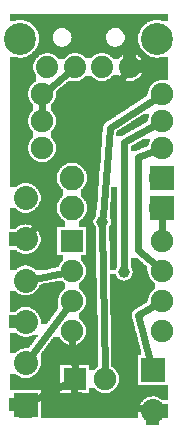
<source format=gbl>
G04 MADE WITH FRITZING*
G04 WWW.FRITZING.ORG*
G04 DOUBLE SIDED*
G04 HOLES PLATED*
G04 CONTOUR ON CENTER OF CONTOUR VECTOR*
%ASAXBY*%
%FSLAX23Y23*%
%MOIN*%
%OFA0B0*%
%SFA1.0B1.0*%
%ADD10C,0.075000*%
%ADD11C,0.074000*%
%ADD12C,0.106614*%
%ADD13C,0.082000*%
%ADD14C,0.080000*%
%ADD15C,0.039370*%
%ADD16R,0.075000X0.075000*%
%ADD17R,0.082000X0.082000*%
%ADD18R,0.080000X0.080000*%
%ADD19C,0.024000*%
%LNCOPPER0*%
G90*
G70*
G54D10*
X258Y1088D03*
G54D11*
X164Y1209D03*
X258Y1209D03*
X346Y1209D03*
X440Y1209D03*
G54D12*
X530Y1304D03*
X74Y1304D03*
G54D11*
X164Y1209D03*
X258Y1209D03*
X346Y1209D03*
X440Y1209D03*
G54D12*
X530Y1304D03*
X74Y1304D03*
G54D11*
X164Y1209D03*
X258Y1209D03*
X346Y1209D03*
X440Y1209D03*
G54D12*
X530Y1304D03*
X74Y1304D03*
G54D10*
X146Y939D03*
X546Y939D03*
X146Y1119D03*
X546Y1119D03*
X256Y169D03*
X356Y169D03*
G54D13*
X544Y739D03*
X246Y739D03*
X544Y839D03*
X246Y839D03*
G54D14*
X516Y199D03*
X516Y61D03*
X92Y84D03*
X92Y222D03*
X92Y360D03*
X92Y497D03*
X92Y635D03*
X92Y773D03*
G54D10*
X246Y629D03*
X546Y629D03*
X246Y529D03*
X546Y529D03*
X246Y429D03*
X546Y429D03*
X246Y329D03*
X546Y329D03*
X146Y1029D03*
X546Y1029D03*
G54D15*
X420Y526D03*
X348Y694D03*
G54D16*
X256Y169D03*
G54D17*
X545Y739D03*
X545Y839D03*
G54D18*
X516Y199D03*
X92Y84D03*
G54D16*
X246Y629D03*
G54D19*
X218Y523D02*
X123Y504D01*
D02*
X508Y229D02*
X468Y382D01*
X468Y382D02*
X522Y415D01*
D02*
X146Y1058D02*
X146Y1091D01*
D02*
X235Y1191D02*
X169Y1137D01*
D02*
X525Y548D02*
X468Y598D01*
X468Y598D02*
X468Y910D01*
X468Y910D02*
X520Y929D01*
D02*
X420Y545D02*
X420Y958D01*
X420Y958D02*
X522Y1015D01*
D02*
X545Y707D02*
X546Y658D01*
D02*
X522Y1104D02*
X372Y1006D01*
X372Y1006D02*
X349Y713D01*
D02*
X356Y198D02*
X348Y675D01*
D02*
X255Y198D02*
X248Y301D01*
D02*
X120Y98D02*
X231Y156D01*
D02*
X486Y68D02*
X252Y118D01*
X252Y118D02*
X254Y141D01*
D02*
X196Y899D02*
X156Y862D01*
D02*
X422Y1186D02*
X196Y899D01*
D02*
X156Y862D02*
X156Y718D01*
X156Y718D02*
X111Y660D01*
D02*
X229Y406D02*
X111Y247D01*
G36*
X482Y1052D02*
X482Y1050D01*
X478Y1050D01*
X478Y1048D01*
X476Y1048D01*
X476Y1046D01*
X472Y1046D01*
X472Y1044D01*
X470Y1044D01*
X470Y1042D01*
X466Y1042D01*
X466Y1040D01*
X464Y1040D01*
X464Y1038D01*
X460Y1038D01*
X460Y1036D01*
X458Y1036D01*
X458Y1034D01*
X454Y1034D01*
X454Y1032D01*
X450Y1032D01*
X450Y1030D01*
X448Y1030D01*
X448Y1028D01*
X444Y1028D01*
X444Y1026D01*
X442Y1026D01*
X442Y1024D01*
X438Y1024D01*
X438Y1022D01*
X436Y1022D01*
X436Y1020D01*
X432Y1020D01*
X432Y1018D01*
X430Y1018D01*
X430Y1016D01*
X426Y1016D01*
X426Y1014D01*
X424Y1014D01*
X424Y1012D01*
X420Y1012D01*
X420Y1010D01*
X418Y1010D01*
X418Y1008D01*
X414Y1008D01*
X414Y1006D01*
X410Y1006D01*
X410Y1004D01*
X408Y1004D01*
X408Y1002D01*
X404Y1002D01*
X404Y1000D01*
X402Y1000D01*
X402Y998D01*
X398Y998D01*
X398Y996D01*
X396Y996D01*
X396Y994D01*
X394Y994D01*
X394Y992D01*
X392Y992D01*
X392Y978D01*
X412Y978D01*
X412Y980D01*
X416Y980D01*
X416Y982D01*
X420Y982D01*
X420Y984D01*
X424Y984D01*
X424Y986D01*
X426Y986D01*
X426Y988D01*
X430Y988D01*
X430Y990D01*
X434Y990D01*
X434Y992D01*
X438Y992D01*
X438Y994D01*
X440Y994D01*
X440Y996D01*
X444Y996D01*
X444Y998D01*
X448Y998D01*
X448Y1000D01*
X452Y1000D01*
X452Y1002D01*
X456Y1002D01*
X456Y1004D01*
X458Y1004D01*
X458Y1006D01*
X462Y1006D01*
X462Y1008D01*
X466Y1008D01*
X466Y1010D01*
X470Y1010D01*
X470Y1012D01*
X472Y1012D01*
X472Y1014D01*
X476Y1014D01*
X476Y1016D01*
X480Y1016D01*
X480Y1018D01*
X484Y1018D01*
X484Y1020D01*
X486Y1020D01*
X486Y1022D01*
X490Y1022D01*
X490Y1024D01*
X494Y1024D01*
X494Y1026D01*
X498Y1026D01*
X498Y1030D01*
X500Y1030D01*
X500Y1040D01*
X502Y1040D01*
X502Y1052D01*
X482Y1052D01*
G37*
D02*
G36*
X484Y970D02*
X484Y968D01*
X480Y968D01*
X480Y966D01*
X478Y966D01*
X478Y964D01*
X474Y964D01*
X474Y962D01*
X470Y962D01*
X470Y960D01*
X466Y960D01*
X466Y958D01*
X464Y958D01*
X464Y956D01*
X460Y956D01*
X460Y954D01*
X456Y954D01*
X456Y952D01*
X452Y952D01*
X452Y950D01*
X448Y950D01*
X448Y948D01*
X446Y948D01*
X446Y946D01*
X442Y946D01*
X442Y930D01*
X462Y930D01*
X462Y932D01*
X466Y932D01*
X466Y934D01*
X472Y934D01*
X472Y936D01*
X478Y936D01*
X478Y938D01*
X482Y938D01*
X482Y940D01*
X488Y940D01*
X488Y942D01*
X494Y942D01*
X494Y944D01*
X498Y944D01*
X498Y946D01*
X500Y946D01*
X500Y950D01*
X502Y950D01*
X502Y956D01*
X504Y956D01*
X504Y960D01*
X506Y960D01*
X506Y970D01*
X484Y970D01*
G37*
D02*
G36*
X378Y810D02*
X378Y784D01*
X376Y784D01*
X376Y758D01*
X374Y758D01*
X374Y732D01*
X372Y732D01*
X372Y708D01*
X374Y708D01*
X374Y704D01*
X376Y704D01*
X376Y698D01*
X378Y698D01*
X378Y690D01*
X376Y690D01*
X376Y684D01*
X374Y684D01*
X374Y680D01*
X372Y680D01*
X372Y678D01*
X370Y678D01*
X370Y630D01*
X372Y630D01*
X372Y532D01*
X392Y532D01*
X392Y536D01*
X394Y536D01*
X394Y540D01*
X396Y540D01*
X396Y542D01*
X398Y542D01*
X398Y810D01*
X378Y810D01*
G37*
D02*
G36*
X190Y496D02*
X190Y494D01*
X180Y494D01*
X180Y492D01*
X170Y492D01*
X170Y490D01*
X160Y490D01*
X160Y488D01*
X150Y488D01*
X150Y486D01*
X142Y486D01*
X142Y484D01*
X140Y484D01*
X140Y482D01*
X138Y482D01*
X138Y478D01*
X136Y478D01*
X136Y474D01*
X134Y474D01*
X134Y470D01*
X132Y470D01*
X132Y468D01*
X130Y468D01*
X130Y466D01*
X128Y466D01*
X128Y464D01*
X126Y464D01*
X126Y462D01*
X124Y462D01*
X124Y460D01*
X122Y460D01*
X122Y458D01*
X120Y458D01*
X120Y456D01*
X116Y456D01*
X116Y454D01*
X112Y454D01*
X112Y452D01*
X108Y452D01*
X108Y450D01*
X104Y450D01*
X104Y448D01*
X204Y448D01*
X204Y450D01*
X206Y450D01*
X206Y454D01*
X208Y454D01*
X208Y456D01*
X210Y456D01*
X210Y458D01*
X212Y458D01*
X212Y460D01*
X214Y460D01*
X214Y462D01*
X216Y462D01*
X216Y464D01*
X218Y464D01*
X218Y466D01*
X220Y466D01*
X220Y468D01*
X222Y468D01*
X222Y470D01*
X224Y470D01*
X224Y490D01*
X220Y490D01*
X220Y492D01*
X218Y492D01*
X218Y494D01*
X216Y494D01*
X216Y496D01*
X190Y496D01*
G37*
D02*
G36*
X40Y462D02*
X40Y448D01*
X82Y448D01*
X82Y450D01*
X76Y450D01*
X76Y452D01*
X72Y452D01*
X72Y454D01*
X68Y454D01*
X68Y456D01*
X64Y456D01*
X64Y458D01*
X62Y458D01*
X62Y460D01*
X60Y460D01*
X60Y462D01*
X40Y462D01*
G37*
D02*
G36*
X40Y448D02*
X40Y446D01*
X204Y446D01*
X204Y448D01*
X40Y448D01*
G37*
D02*
G36*
X40Y448D02*
X40Y446D01*
X204Y446D01*
X204Y448D01*
X40Y448D01*
G37*
D02*
G36*
X40Y446D02*
X40Y410D01*
X98Y410D01*
X98Y408D01*
X106Y408D01*
X106Y406D01*
X110Y406D01*
X110Y404D01*
X114Y404D01*
X114Y402D01*
X118Y402D01*
X118Y400D01*
X120Y400D01*
X120Y398D01*
X122Y398D01*
X122Y396D01*
X126Y396D01*
X126Y394D01*
X128Y394D01*
X128Y390D01*
X130Y390D01*
X130Y388D01*
X132Y388D01*
X132Y386D01*
X134Y386D01*
X134Y382D01*
X136Y382D01*
X136Y380D01*
X138Y380D01*
X138Y376D01*
X140Y376D01*
X140Y370D01*
X142Y370D01*
X142Y352D01*
X162Y352D01*
X162Y354D01*
X164Y354D01*
X164Y356D01*
X166Y356D01*
X166Y360D01*
X168Y360D01*
X168Y362D01*
X170Y362D01*
X170Y364D01*
X172Y364D01*
X172Y368D01*
X174Y368D01*
X174Y370D01*
X176Y370D01*
X176Y372D01*
X178Y372D01*
X178Y376D01*
X180Y376D01*
X180Y378D01*
X182Y378D01*
X182Y380D01*
X184Y380D01*
X184Y384D01*
X186Y384D01*
X186Y386D01*
X188Y386D01*
X188Y388D01*
X190Y388D01*
X190Y392D01*
X192Y392D01*
X192Y394D01*
X194Y394D01*
X194Y396D01*
X196Y396D01*
X196Y400D01*
X198Y400D01*
X198Y402D01*
X200Y402D01*
X200Y428D01*
X198Y428D01*
X198Y430D01*
X200Y430D01*
X200Y440D01*
X202Y440D01*
X202Y446D01*
X40Y446D01*
G37*
D02*
G36*
X40Y410D02*
X40Y394D01*
X60Y394D01*
X60Y396D01*
X62Y396D01*
X62Y398D01*
X64Y398D01*
X64Y400D01*
X66Y400D01*
X66Y402D01*
X70Y402D01*
X70Y404D01*
X74Y404D01*
X74Y406D01*
X78Y406D01*
X78Y408D01*
X86Y408D01*
X86Y410D01*
X40Y410D01*
G37*
D02*
G36*
X40Y324D02*
X40Y310D01*
X82Y310D01*
X82Y312D01*
X76Y312D01*
X76Y314D01*
X72Y314D01*
X72Y316D01*
X68Y316D01*
X68Y318D01*
X66Y318D01*
X66Y320D01*
X62Y320D01*
X62Y322D01*
X60Y322D01*
X60Y324D01*
X40Y324D01*
G37*
D02*
G36*
X112Y316D02*
X112Y314D01*
X108Y314D01*
X108Y312D01*
X102Y312D01*
X102Y310D01*
X132Y310D01*
X132Y316D01*
X112Y316D01*
G37*
D02*
G36*
X40Y310D02*
X40Y308D01*
X130Y308D01*
X130Y310D01*
X40Y310D01*
G37*
D02*
G36*
X40Y310D02*
X40Y308D01*
X130Y308D01*
X130Y310D01*
X40Y310D01*
G37*
D02*
G36*
X40Y308D02*
X40Y256D01*
X60Y256D01*
X60Y258D01*
X62Y258D01*
X62Y260D01*
X64Y260D01*
X64Y262D01*
X66Y262D01*
X66Y264D01*
X70Y264D01*
X70Y266D01*
X74Y266D01*
X74Y268D01*
X78Y268D01*
X78Y270D01*
X86Y270D01*
X86Y272D01*
X102Y272D01*
X102Y274D01*
X104Y274D01*
X104Y276D01*
X106Y276D01*
X106Y278D01*
X108Y278D01*
X108Y282D01*
X110Y282D01*
X110Y284D01*
X112Y284D01*
X112Y286D01*
X114Y286D01*
X114Y290D01*
X116Y290D01*
X116Y292D01*
X118Y292D01*
X118Y294D01*
X120Y294D01*
X120Y298D01*
X122Y298D01*
X122Y300D01*
X124Y300D01*
X124Y302D01*
X126Y302D01*
X126Y306D01*
X128Y306D01*
X128Y308D01*
X40Y308D01*
G37*
D02*
G36*
X40Y1386D02*
X40Y1366D01*
X544Y1366D01*
X544Y1364D01*
X568Y1364D01*
X568Y1386D01*
X40Y1386D01*
G37*
D02*
G36*
X40Y1366D02*
X40Y1364D01*
X60Y1364D01*
X60Y1366D01*
X40Y1366D01*
G37*
D02*
G36*
X88Y1366D02*
X88Y1364D01*
X94Y1364D01*
X94Y1362D01*
X98Y1362D01*
X98Y1360D01*
X102Y1360D01*
X102Y1358D01*
X106Y1358D01*
X106Y1356D01*
X110Y1356D01*
X110Y1354D01*
X112Y1354D01*
X112Y1352D01*
X114Y1352D01*
X114Y1350D01*
X116Y1350D01*
X116Y1348D01*
X118Y1348D01*
X118Y1346D01*
X120Y1346D01*
X120Y1344D01*
X122Y1344D01*
X122Y1342D01*
X124Y1342D01*
X124Y1340D01*
X394Y1340D01*
X394Y1338D01*
X402Y1338D01*
X402Y1336D01*
X406Y1336D01*
X406Y1334D01*
X408Y1334D01*
X408Y1332D01*
X410Y1332D01*
X410Y1330D01*
X412Y1330D01*
X412Y1328D01*
X414Y1328D01*
X414Y1326D01*
X416Y1326D01*
X416Y1324D01*
X418Y1324D01*
X418Y1320D01*
X420Y1320D01*
X420Y1316D01*
X422Y1316D01*
X422Y1300D01*
X420Y1300D01*
X420Y1294D01*
X418Y1294D01*
X418Y1292D01*
X416Y1292D01*
X416Y1288D01*
X414Y1288D01*
X414Y1286D01*
X412Y1286D01*
X412Y1284D01*
X410Y1284D01*
X410Y1282D01*
X406Y1282D01*
X406Y1280D01*
X402Y1280D01*
X402Y1278D01*
X398Y1278D01*
X398Y1276D01*
X474Y1276D01*
X474Y1278D01*
X472Y1278D01*
X472Y1284D01*
X470Y1284D01*
X470Y1290D01*
X468Y1290D01*
X468Y1318D01*
X470Y1318D01*
X470Y1324D01*
X472Y1324D01*
X472Y1328D01*
X474Y1328D01*
X474Y1332D01*
X476Y1332D01*
X476Y1336D01*
X478Y1336D01*
X478Y1338D01*
X480Y1338D01*
X480Y1342D01*
X482Y1342D01*
X482Y1344D01*
X484Y1344D01*
X484Y1346D01*
X486Y1346D01*
X486Y1348D01*
X488Y1348D01*
X488Y1350D01*
X490Y1350D01*
X490Y1352D01*
X492Y1352D01*
X492Y1354D01*
X496Y1354D01*
X496Y1356D01*
X498Y1356D01*
X498Y1358D01*
X502Y1358D01*
X502Y1360D01*
X506Y1360D01*
X506Y1362D01*
X510Y1362D01*
X510Y1364D01*
X516Y1364D01*
X516Y1366D01*
X88Y1366D01*
G37*
D02*
G36*
X126Y1340D02*
X126Y1336D01*
X128Y1336D01*
X128Y1332D01*
X130Y1332D01*
X130Y1330D01*
X132Y1330D01*
X132Y1324D01*
X134Y1324D01*
X134Y1318D01*
X136Y1318D01*
X136Y1290D01*
X134Y1290D01*
X134Y1284D01*
X132Y1284D01*
X132Y1278D01*
X130Y1278D01*
X130Y1276D01*
X206Y1276D01*
X206Y1278D01*
X202Y1278D01*
X202Y1280D01*
X198Y1280D01*
X198Y1282D01*
X194Y1282D01*
X194Y1284D01*
X192Y1284D01*
X192Y1286D01*
X190Y1286D01*
X190Y1288D01*
X188Y1288D01*
X188Y1292D01*
X186Y1292D01*
X186Y1296D01*
X184Y1296D01*
X184Y1300D01*
X182Y1300D01*
X182Y1314D01*
X184Y1314D01*
X184Y1320D01*
X186Y1320D01*
X186Y1324D01*
X188Y1324D01*
X188Y1326D01*
X190Y1326D01*
X190Y1328D01*
X192Y1328D01*
X192Y1330D01*
X194Y1330D01*
X194Y1332D01*
X196Y1332D01*
X196Y1334D01*
X198Y1334D01*
X198Y1336D01*
X202Y1336D01*
X202Y1338D01*
X212Y1338D01*
X212Y1340D01*
X126Y1340D01*
G37*
D02*
G36*
X216Y1340D02*
X216Y1338D01*
X224Y1338D01*
X224Y1336D01*
X228Y1336D01*
X228Y1334D01*
X232Y1334D01*
X232Y1332D01*
X234Y1332D01*
X234Y1330D01*
X236Y1330D01*
X236Y1328D01*
X238Y1328D01*
X238Y1326D01*
X240Y1326D01*
X240Y1322D01*
X242Y1322D01*
X242Y1318D01*
X244Y1318D01*
X244Y1308D01*
X246Y1308D01*
X246Y1306D01*
X244Y1306D01*
X244Y1298D01*
X242Y1298D01*
X242Y1294D01*
X240Y1294D01*
X240Y1290D01*
X238Y1290D01*
X238Y1288D01*
X236Y1288D01*
X236Y1286D01*
X234Y1286D01*
X234Y1284D01*
X232Y1284D01*
X232Y1282D01*
X230Y1282D01*
X230Y1280D01*
X226Y1280D01*
X226Y1278D01*
X220Y1278D01*
X220Y1276D01*
X384Y1276D01*
X384Y1278D01*
X378Y1278D01*
X378Y1280D01*
X374Y1280D01*
X374Y1282D01*
X372Y1282D01*
X372Y1284D01*
X370Y1284D01*
X370Y1286D01*
X368Y1286D01*
X368Y1288D01*
X366Y1288D01*
X366Y1290D01*
X364Y1290D01*
X364Y1294D01*
X362Y1294D01*
X362Y1298D01*
X360Y1298D01*
X360Y1318D01*
X362Y1318D01*
X362Y1322D01*
X364Y1322D01*
X364Y1324D01*
X366Y1324D01*
X366Y1328D01*
X368Y1328D01*
X368Y1330D01*
X370Y1330D01*
X370Y1332D01*
X372Y1332D01*
X372Y1334D01*
X376Y1334D01*
X376Y1336D01*
X380Y1336D01*
X380Y1338D01*
X388Y1338D01*
X388Y1340D01*
X216Y1340D01*
G37*
D02*
G36*
X130Y1276D02*
X130Y1274D01*
X474Y1274D01*
X474Y1276D01*
X130Y1276D01*
G37*
D02*
G36*
X130Y1276D02*
X130Y1274D01*
X474Y1274D01*
X474Y1276D01*
X130Y1276D01*
G37*
D02*
G36*
X130Y1276D02*
X130Y1274D01*
X474Y1274D01*
X474Y1276D01*
X130Y1276D01*
G37*
D02*
G36*
X128Y1274D02*
X128Y1272D01*
X126Y1272D01*
X126Y1268D01*
X124Y1268D01*
X124Y1266D01*
X122Y1266D01*
X122Y1264D01*
X120Y1264D01*
X120Y1262D01*
X118Y1262D01*
X118Y1260D01*
X116Y1260D01*
X116Y1258D01*
X114Y1258D01*
X114Y1256D01*
X448Y1256D01*
X448Y1254D01*
X454Y1254D01*
X454Y1252D01*
X458Y1252D01*
X458Y1250D01*
X462Y1250D01*
X462Y1248D01*
X466Y1248D01*
X466Y1246D01*
X468Y1246D01*
X468Y1244D01*
X470Y1244D01*
X470Y1242D01*
X472Y1242D01*
X472Y1240D01*
X522Y1240D01*
X522Y1242D01*
X514Y1242D01*
X514Y1244D01*
X508Y1244D01*
X508Y1246D01*
X504Y1246D01*
X504Y1248D01*
X500Y1248D01*
X500Y1250D01*
X498Y1250D01*
X498Y1252D01*
X494Y1252D01*
X494Y1254D01*
X492Y1254D01*
X492Y1256D01*
X490Y1256D01*
X490Y1258D01*
X488Y1258D01*
X488Y1260D01*
X486Y1260D01*
X486Y1262D01*
X484Y1262D01*
X484Y1264D01*
X482Y1264D01*
X482Y1266D01*
X480Y1266D01*
X480Y1268D01*
X478Y1268D01*
X478Y1272D01*
X476Y1272D01*
X476Y1274D01*
X128Y1274D01*
G37*
D02*
G36*
X112Y1256D02*
X112Y1254D01*
X110Y1254D01*
X110Y1252D01*
X108Y1252D01*
X108Y1250D01*
X104Y1250D01*
X104Y1248D01*
X100Y1248D01*
X100Y1246D01*
X96Y1246D01*
X96Y1244D01*
X90Y1244D01*
X90Y1242D01*
X82Y1242D01*
X82Y1240D01*
X132Y1240D01*
X132Y1242D01*
X134Y1242D01*
X134Y1244D01*
X136Y1244D01*
X136Y1246D01*
X138Y1246D01*
X138Y1248D01*
X142Y1248D01*
X142Y1250D01*
X146Y1250D01*
X146Y1252D01*
X150Y1252D01*
X150Y1254D01*
X156Y1254D01*
X156Y1256D01*
X112Y1256D01*
G37*
D02*
G36*
X174Y1256D02*
X174Y1254D01*
X178Y1254D01*
X178Y1252D01*
X184Y1252D01*
X184Y1250D01*
X186Y1250D01*
X186Y1248D01*
X190Y1248D01*
X190Y1246D01*
X192Y1246D01*
X192Y1244D01*
X194Y1244D01*
X194Y1242D01*
X196Y1242D01*
X196Y1240D01*
X198Y1240D01*
X198Y1238D01*
X200Y1238D01*
X200Y1236D01*
X222Y1236D01*
X222Y1238D01*
X224Y1238D01*
X224Y1240D01*
X226Y1240D01*
X226Y1242D01*
X228Y1242D01*
X228Y1244D01*
X230Y1244D01*
X230Y1246D01*
X232Y1246D01*
X232Y1248D01*
X236Y1248D01*
X236Y1250D01*
X238Y1250D01*
X238Y1252D01*
X244Y1252D01*
X244Y1254D01*
X248Y1254D01*
X248Y1256D01*
X174Y1256D01*
G37*
D02*
G36*
X266Y1256D02*
X266Y1254D01*
X272Y1254D01*
X272Y1252D01*
X276Y1252D01*
X276Y1250D01*
X280Y1250D01*
X280Y1248D01*
X284Y1248D01*
X284Y1246D01*
X286Y1246D01*
X286Y1244D01*
X288Y1244D01*
X288Y1242D01*
X290Y1242D01*
X290Y1240D01*
X292Y1240D01*
X292Y1238D01*
X312Y1238D01*
X312Y1240D01*
X314Y1240D01*
X314Y1242D01*
X316Y1242D01*
X316Y1244D01*
X318Y1244D01*
X318Y1246D01*
X320Y1246D01*
X320Y1248D01*
X324Y1248D01*
X324Y1250D01*
X328Y1250D01*
X328Y1252D01*
X332Y1252D01*
X332Y1254D01*
X338Y1254D01*
X338Y1256D01*
X266Y1256D01*
G37*
D02*
G36*
X356Y1256D02*
X356Y1254D01*
X362Y1254D01*
X362Y1252D01*
X366Y1252D01*
X366Y1250D01*
X368Y1250D01*
X368Y1248D01*
X372Y1248D01*
X372Y1246D01*
X374Y1246D01*
X374Y1244D01*
X376Y1244D01*
X376Y1242D01*
X380Y1242D01*
X380Y1238D01*
X382Y1238D01*
X382Y1236D01*
X404Y1236D01*
X404Y1238D01*
X406Y1238D01*
X406Y1240D01*
X408Y1240D01*
X408Y1242D01*
X410Y1242D01*
X410Y1244D01*
X412Y1244D01*
X412Y1246D01*
X414Y1246D01*
X414Y1248D01*
X418Y1248D01*
X418Y1250D01*
X420Y1250D01*
X420Y1252D01*
X426Y1252D01*
X426Y1254D01*
X430Y1254D01*
X430Y1256D01*
X356Y1256D01*
G37*
D02*
G36*
X548Y1244D02*
X548Y1242D01*
X538Y1242D01*
X538Y1240D01*
X568Y1240D01*
X568Y1244D01*
X548Y1244D01*
G37*
D02*
G36*
X40Y1242D02*
X40Y1240D01*
X66Y1240D01*
X66Y1242D01*
X40Y1242D01*
G37*
D02*
G36*
X40Y1240D02*
X40Y1238D01*
X130Y1238D01*
X130Y1240D01*
X40Y1240D01*
G37*
D02*
G36*
X40Y1240D02*
X40Y1238D01*
X130Y1238D01*
X130Y1240D01*
X40Y1240D01*
G37*
D02*
G36*
X474Y1240D02*
X474Y1238D01*
X568Y1238D01*
X568Y1240D01*
X474Y1240D01*
G37*
D02*
G36*
X474Y1240D02*
X474Y1238D01*
X568Y1238D01*
X568Y1240D01*
X474Y1240D01*
G37*
D02*
G36*
X40Y1238D02*
X40Y892D01*
X138Y892D01*
X138Y894D01*
X132Y894D01*
X132Y896D01*
X128Y896D01*
X128Y898D01*
X124Y898D01*
X124Y900D01*
X120Y900D01*
X120Y902D01*
X118Y902D01*
X118Y904D01*
X116Y904D01*
X116Y906D01*
X114Y906D01*
X114Y908D01*
X112Y908D01*
X112Y910D01*
X110Y910D01*
X110Y912D01*
X108Y912D01*
X108Y916D01*
X106Y916D01*
X106Y918D01*
X104Y918D01*
X104Y922D01*
X102Y922D01*
X102Y928D01*
X100Y928D01*
X100Y938D01*
X98Y938D01*
X98Y940D01*
X100Y940D01*
X100Y950D01*
X102Y950D01*
X102Y956D01*
X104Y956D01*
X104Y960D01*
X106Y960D01*
X106Y964D01*
X108Y964D01*
X108Y966D01*
X110Y966D01*
X110Y968D01*
X112Y968D01*
X112Y970D01*
X114Y970D01*
X114Y972D01*
X116Y972D01*
X116Y974D01*
X118Y974D01*
X118Y994D01*
X116Y994D01*
X116Y996D01*
X114Y996D01*
X114Y998D01*
X112Y998D01*
X112Y1000D01*
X110Y1000D01*
X110Y1002D01*
X108Y1002D01*
X108Y1006D01*
X106Y1006D01*
X106Y1008D01*
X104Y1008D01*
X104Y1012D01*
X102Y1012D01*
X102Y1018D01*
X100Y1018D01*
X100Y1028D01*
X98Y1028D01*
X98Y1030D01*
X100Y1030D01*
X100Y1040D01*
X102Y1040D01*
X102Y1046D01*
X104Y1046D01*
X104Y1050D01*
X106Y1050D01*
X106Y1054D01*
X108Y1054D01*
X108Y1056D01*
X110Y1056D01*
X110Y1058D01*
X112Y1058D01*
X112Y1060D01*
X114Y1060D01*
X114Y1062D01*
X116Y1062D01*
X116Y1064D01*
X118Y1064D01*
X118Y1084D01*
X116Y1084D01*
X116Y1086D01*
X114Y1086D01*
X114Y1088D01*
X112Y1088D01*
X112Y1090D01*
X110Y1090D01*
X110Y1092D01*
X108Y1092D01*
X108Y1096D01*
X106Y1096D01*
X106Y1098D01*
X104Y1098D01*
X104Y1102D01*
X102Y1102D01*
X102Y1108D01*
X100Y1108D01*
X100Y1118D01*
X98Y1118D01*
X98Y1120D01*
X100Y1120D01*
X100Y1130D01*
X102Y1130D01*
X102Y1136D01*
X104Y1136D01*
X104Y1140D01*
X106Y1140D01*
X106Y1144D01*
X108Y1144D01*
X108Y1146D01*
X110Y1146D01*
X110Y1148D01*
X112Y1148D01*
X112Y1150D01*
X114Y1150D01*
X114Y1152D01*
X116Y1152D01*
X116Y1154D01*
X118Y1154D01*
X118Y1156D01*
X120Y1156D01*
X120Y1158D01*
X122Y1158D01*
X122Y1160D01*
X126Y1160D01*
X126Y1162D01*
X128Y1162D01*
X128Y1182D01*
X126Y1182D01*
X126Y1186D01*
X124Y1186D01*
X124Y1190D01*
X122Y1190D01*
X122Y1194D01*
X120Y1194D01*
X120Y1198D01*
X118Y1198D01*
X118Y1220D01*
X120Y1220D01*
X120Y1226D01*
X122Y1226D01*
X122Y1230D01*
X124Y1230D01*
X124Y1232D01*
X126Y1232D01*
X126Y1236D01*
X128Y1236D01*
X128Y1238D01*
X40Y1238D01*
G37*
D02*
G36*
X476Y1238D02*
X476Y1236D01*
X478Y1236D01*
X478Y1232D01*
X480Y1232D01*
X480Y1230D01*
X482Y1230D01*
X482Y1226D01*
X484Y1226D01*
X484Y1220D01*
X486Y1220D01*
X486Y1198D01*
X484Y1198D01*
X484Y1192D01*
X482Y1192D01*
X482Y1188D01*
X480Y1188D01*
X480Y1186D01*
X478Y1186D01*
X478Y1182D01*
X476Y1182D01*
X476Y1180D01*
X474Y1180D01*
X474Y1178D01*
X472Y1178D01*
X472Y1176D01*
X470Y1176D01*
X470Y1174D01*
X468Y1174D01*
X468Y1172D01*
X464Y1172D01*
X464Y1170D01*
X462Y1170D01*
X462Y1168D01*
X458Y1168D01*
X458Y1166D01*
X454Y1166D01*
X454Y1164D01*
X448Y1164D01*
X448Y1162D01*
X530Y1162D01*
X530Y1164D01*
X536Y1164D01*
X536Y1166D01*
X568Y1166D01*
X568Y1238D01*
X476Y1238D01*
G37*
D02*
G36*
X382Y1182D02*
X382Y1180D01*
X380Y1180D01*
X380Y1178D01*
X378Y1178D01*
X378Y1176D01*
X376Y1176D01*
X376Y1174D01*
X374Y1174D01*
X374Y1172D01*
X372Y1172D01*
X372Y1170D01*
X368Y1170D01*
X368Y1168D01*
X364Y1168D01*
X364Y1166D01*
X360Y1166D01*
X360Y1164D01*
X354Y1164D01*
X354Y1162D01*
X432Y1162D01*
X432Y1164D01*
X426Y1164D01*
X426Y1166D01*
X422Y1166D01*
X422Y1168D01*
X418Y1168D01*
X418Y1170D01*
X414Y1170D01*
X414Y1172D01*
X412Y1172D01*
X412Y1174D01*
X410Y1174D01*
X410Y1176D01*
X408Y1176D01*
X408Y1178D01*
X406Y1178D01*
X406Y1180D01*
X404Y1180D01*
X404Y1182D01*
X382Y1182D01*
G37*
D02*
G36*
X292Y1180D02*
X292Y1178D01*
X290Y1178D01*
X290Y1176D01*
X288Y1176D01*
X288Y1174D01*
X286Y1174D01*
X286Y1172D01*
X282Y1172D01*
X282Y1170D01*
X280Y1170D01*
X280Y1168D01*
X276Y1168D01*
X276Y1166D01*
X272Y1166D01*
X272Y1164D01*
X264Y1164D01*
X264Y1162D01*
X340Y1162D01*
X340Y1164D01*
X332Y1164D01*
X332Y1166D01*
X328Y1166D01*
X328Y1168D01*
X324Y1168D01*
X324Y1170D01*
X322Y1170D01*
X322Y1172D01*
X318Y1172D01*
X318Y1174D01*
X316Y1174D01*
X316Y1176D01*
X314Y1176D01*
X314Y1178D01*
X312Y1178D01*
X312Y1180D01*
X292Y1180D01*
G37*
D02*
G36*
X234Y1162D02*
X234Y1160D01*
X526Y1160D01*
X526Y1162D01*
X234Y1162D01*
G37*
D02*
G36*
X234Y1162D02*
X234Y1160D01*
X526Y1160D01*
X526Y1162D01*
X234Y1162D01*
G37*
D02*
G36*
X234Y1162D02*
X234Y1160D01*
X526Y1160D01*
X526Y1162D01*
X234Y1162D01*
G37*
D02*
G36*
X230Y1160D02*
X230Y1158D01*
X228Y1158D01*
X228Y1156D01*
X226Y1156D01*
X226Y1154D01*
X224Y1154D01*
X224Y1152D01*
X220Y1152D01*
X220Y1150D01*
X218Y1150D01*
X218Y1148D01*
X216Y1148D01*
X216Y1146D01*
X214Y1146D01*
X214Y1144D01*
X210Y1144D01*
X210Y1142D01*
X208Y1142D01*
X208Y1140D01*
X206Y1140D01*
X206Y1138D01*
X204Y1138D01*
X204Y1136D01*
X200Y1136D01*
X200Y1134D01*
X198Y1134D01*
X198Y1132D01*
X196Y1132D01*
X196Y1130D01*
X194Y1130D01*
X194Y1112D01*
X192Y1112D01*
X192Y1106D01*
X190Y1106D01*
X190Y1100D01*
X188Y1100D01*
X188Y1098D01*
X186Y1098D01*
X186Y1094D01*
X184Y1094D01*
X184Y1092D01*
X182Y1092D01*
X182Y1090D01*
X180Y1090D01*
X180Y1086D01*
X178Y1086D01*
X178Y1084D01*
X176Y1084D01*
X176Y1064D01*
X178Y1064D01*
X178Y1062D01*
X180Y1062D01*
X180Y1060D01*
X182Y1060D01*
X182Y1058D01*
X184Y1058D01*
X184Y1054D01*
X186Y1054D01*
X186Y1052D01*
X188Y1052D01*
X188Y1048D01*
X190Y1048D01*
X190Y1044D01*
X192Y1044D01*
X192Y1038D01*
X194Y1038D01*
X194Y1022D01*
X192Y1022D01*
X192Y1016D01*
X190Y1016D01*
X190Y1010D01*
X188Y1010D01*
X188Y1008D01*
X186Y1008D01*
X186Y1004D01*
X184Y1004D01*
X184Y1002D01*
X182Y1002D01*
X182Y1000D01*
X180Y1000D01*
X180Y996D01*
X178Y996D01*
X178Y994D01*
X176Y994D01*
X176Y974D01*
X178Y974D01*
X178Y972D01*
X180Y972D01*
X180Y970D01*
X182Y970D01*
X182Y968D01*
X184Y968D01*
X184Y964D01*
X186Y964D01*
X186Y962D01*
X188Y962D01*
X188Y958D01*
X190Y958D01*
X190Y954D01*
X192Y954D01*
X192Y948D01*
X194Y948D01*
X194Y932D01*
X192Y932D01*
X192Y926D01*
X190Y926D01*
X190Y920D01*
X188Y920D01*
X188Y918D01*
X186Y918D01*
X186Y914D01*
X184Y914D01*
X184Y912D01*
X182Y912D01*
X182Y910D01*
X180Y910D01*
X180Y906D01*
X178Y906D01*
X178Y904D01*
X174Y904D01*
X174Y902D01*
X172Y902D01*
X172Y900D01*
X170Y900D01*
X170Y898D01*
X166Y898D01*
X166Y896D01*
X162Y896D01*
X162Y894D01*
X156Y894D01*
X156Y892D01*
X342Y892D01*
X342Y916D01*
X344Y916D01*
X344Y942D01*
X346Y942D01*
X346Y968D01*
X348Y968D01*
X348Y994D01*
X350Y994D01*
X350Y1012D01*
X352Y1012D01*
X352Y1016D01*
X354Y1016D01*
X354Y1020D01*
X356Y1020D01*
X356Y1022D01*
X358Y1022D01*
X358Y1024D01*
X360Y1024D01*
X360Y1026D01*
X364Y1026D01*
X364Y1028D01*
X366Y1028D01*
X366Y1030D01*
X370Y1030D01*
X370Y1032D01*
X374Y1032D01*
X374Y1034D01*
X376Y1034D01*
X376Y1036D01*
X380Y1036D01*
X380Y1038D01*
X382Y1038D01*
X382Y1040D01*
X386Y1040D01*
X386Y1042D01*
X388Y1042D01*
X388Y1044D01*
X392Y1044D01*
X392Y1046D01*
X394Y1046D01*
X394Y1048D01*
X398Y1048D01*
X398Y1050D01*
X400Y1050D01*
X400Y1052D01*
X404Y1052D01*
X404Y1054D01*
X408Y1054D01*
X408Y1056D01*
X410Y1056D01*
X410Y1058D01*
X414Y1058D01*
X414Y1060D01*
X416Y1060D01*
X416Y1062D01*
X420Y1062D01*
X420Y1064D01*
X422Y1064D01*
X422Y1066D01*
X426Y1066D01*
X426Y1068D01*
X428Y1068D01*
X428Y1070D01*
X432Y1070D01*
X432Y1072D01*
X434Y1072D01*
X434Y1074D01*
X438Y1074D01*
X438Y1076D01*
X440Y1076D01*
X440Y1078D01*
X444Y1078D01*
X444Y1080D01*
X448Y1080D01*
X448Y1082D01*
X450Y1082D01*
X450Y1084D01*
X454Y1084D01*
X454Y1086D01*
X456Y1086D01*
X456Y1088D01*
X460Y1088D01*
X460Y1090D01*
X462Y1090D01*
X462Y1092D01*
X466Y1092D01*
X466Y1094D01*
X468Y1094D01*
X468Y1096D01*
X472Y1096D01*
X472Y1098D01*
X474Y1098D01*
X474Y1100D01*
X478Y1100D01*
X478Y1102D01*
X482Y1102D01*
X482Y1104D01*
X484Y1104D01*
X484Y1106D01*
X488Y1106D01*
X488Y1108D01*
X490Y1108D01*
X490Y1110D01*
X494Y1110D01*
X494Y1112D01*
X496Y1112D01*
X496Y1114D01*
X498Y1114D01*
X498Y1120D01*
X500Y1120D01*
X500Y1130D01*
X502Y1130D01*
X502Y1136D01*
X504Y1136D01*
X504Y1140D01*
X506Y1140D01*
X506Y1144D01*
X508Y1144D01*
X508Y1146D01*
X510Y1146D01*
X510Y1148D01*
X512Y1148D01*
X512Y1150D01*
X514Y1150D01*
X514Y1152D01*
X516Y1152D01*
X516Y1154D01*
X518Y1154D01*
X518Y1156D01*
X520Y1156D01*
X520Y1158D01*
X522Y1158D01*
X522Y1160D01*
X230Y1160D01*
G37*
D02*
G36*
X40Y892D02*
X40Y890D01*
X342Y890D01*
X342Y892D01*
X40Y892D01*
G37*
D02*
G36*
X40Y892D02*
X40Y890D01*
X342Y890D01*
X342Y892D01*
X40Y892D01*
G37*
D02*
G36*
X40Y890D02*
X40Y822D01*
X104Y822D01*
X104Y820D01*
X110Y820D01*
X110Y818D01*
X114Y818D01*
X114Y816D01*
X116Y816D01*
X116Y814D01*
X120Y814D01*
X120Y812D01*
X122Y812D01*
X122Y810D01*
X124Y810D01*
X124Y808D01*
X126Y808D01*
X126Y806D01*
X128Y806D01*
X128Y804D01*
X130Y804D01*
X130Y802D01*
X132Y802D01*
X132Y800D01*
X134Y800D01*
X134Y796D01*
X136Y796D01*
X136Y792D01*
X138Y792D01*
X138Y788D01*
X140Y788D01*
X140Y782D01*
X142Y782D01*
X142Y764D01*
X140Y764D01*
X140Y758D01*
X138Y758D01*
X138Y754D01*
X136Y754D01*
X136Y750D01*
X134Y750D01*
X134Y746D01*
X132Y746D01*
X132Y744D01*
X130Y744D01*
X130Y742D01*
X128Y742D01*
X128Y740D01*
X126Y740D01*
X126Y738D01*
X124Y738D01*
X124Y736D01*
X122Y736D01*
X122Y734D01*
X120Y734D01*
X120Y732D01*
X116Y732D01*
X116Y730D01*
X114Y730D01*
X114Y728D01*
X110Y728D01*
X110Y726D01*
X104Y726D01*
X104Y724D01*
X94Y724D01*
X94Y722D01*
X198Y722D01*
X198Y728D01*
X196Y728D01*
X196Y750D01*
X198Y750D01*
X198Y756D01*
X200Y756D01*
X200Y760D01*
X202Y760D01*
X202Y764D01*
X204Y764D01*
X204Y766D01*
X206Y766D01*
X206Y770D01*
X208Y770D01*
X208Y772D01*
X210Y772D01*
X210Y774D01*
X212Y774D01*
X212Y776D01*
X214Y776D01*
X214Y778D01*
X218Y778D01*
X218Y800D01*
X216Y800D01*
X216Y802D01*
X212Y802D01*
X212Y804D01*
X210Y804D01*
X210Y808D01*
X208Y808D01*
X208Y810D01*
X206Y810D01*
X206Y812D01*
X204Y812D01*
X204Y816D01*
X202Y816D01*
X202Y818D01*
X200Y818D01*
X200Y822D01*
X198Y822D01*
X198Y828D01*
X196Y828D01*
X196Y850D01*
X198Y850D01*
X198Y856D01*
X200Y856D01*
X200Y860D01*
X202Y860D01*
X202Y864D01*
X204Y864D01*
X204Y866D01*
X206Y866D01*
X206Y870D01*
X208Y870D01*
X208Y872D01*
X210Y872D01*
X210Y874D01*
X212Y874D01*
X212Y876D01*
X214Y876D01*
X214Y878D01*
X218Y878D01*
X218Y880D01*
X220Y880D01*
X220Y882D01*
X222Y882D01*
X222Y884D01*
X226Y884D01*
X226Y886D01*
X230Y886D01*
X230Y888D01*
X236Y888D01*
X236Y890D01*
X40Y890D01*
G37*
D02*
G36*
X256Y890D02*
X256Y888D01*
X262Y888D01*
X262Y886D01*
X266Y886D01*
X266Y884D01*
X270Y884D01*
X270Y882D01*
X274Y882D01*
X274Y880D01*
X276Y880D01*
X276Y878D01*
X278Y878D01*
X278Y876D01*
X280Y876D01*
X280Y874D01*
X282Y874D01*
X282Y872D01*
X284Y872D01*
X284Y870D01*
X286Y870D01*
X286Y868D01*
X288Y868D01*
X288Y864D01*
X290Y864D01*
X290Y862D01*
X292Y862D01*
X292Y858D01*
X294Y858D01*
X294Y854D01*
X296Y854D01*
X296Y844D01*
X298Y844D01*
X298Y834D01*
X296Y834D01*
X296Y826D01*
X294Y826D01*
X294Y820D01*
X292Y820D01*
X292Y818D01*
X290Y818D01*
X290Y814D01*
X288Y814D01*
X288Y810D01*
X286Y810D01*
X286Y808D01*
X284Y808D01*
X284Y806D01*
X282Y806D01*
X282Y804D01*
X280Y804D01*
X280Y802D01*
X278Y802D01*
X278Y800D01*
X276Y800D01*
X276Y778D01*
X278Y778D01*
X278Y776D01*
X280Y776D01*
X280Y774D01*
X282Y774D01*
X282Y772D01*
X284Y772D01*
X284Y770D01*
X286Y770D01*
X286Y768D01*
X288Y768D01*
X288Y764D01*
X290Y764D01*
X290Y762D01*
X292Y762D01*
X292Y758D01*
X294Y758D01*
X294Y754D01*
X296Y754D01*
X296Y744D01*
X298Y744D01*
X298Y734D01*
X296Y734D01*
X296Y726D01*
X294Y726D01*
X294Y720D01*
X292Y720D01*
X292Y718D01*
X290Y718D01*
X290Y714D01*
X288Y714D01*
X288Y710D01*
X286Y710D01*
X286Y708D01*
X284Y708D01*
X284Y706D01*
X282Y706D01*
X282Y704D01*
X280Y704D01*
X280Y702D01*
X278Y702D01*
X278Y700D01*
X276Y700D01*
X276Y698D01*
X272Y698D01*
X272Y696D01*
X270Y696D01*
X270Y676D01*
X294Y676D01*
X294Y582D01*
X278Y582D01*
X278Y562D01*
X280Y562D01*
X280Y560D01*
X282Y560D01*
X282Y558D01*
X284Y558D01*
X284Y554D01*
X286Y554D01*
X286Y552D01*
X288Y552D01*
X288Y548D01*
X290Y548D01*
X290Y544D01*
X292Y544D01*
X292Y538D01*
X294Y538D01*
X294Y522D01*
X292Y522D01*
X292Y516D01*
X290Y516D01*
X290Y510D01*
X288Y510D01*
X288Y508D01*
X286Y508D01*
X286Y504D01*
X284Y504D01*
X284Y502D01*
X282Y502D01*
X282Y500D01*
X280Y500D01*
X280Y496D01*
X278Y496D01*
X278Y494D01*
X274Y494D01*
X274Y492D01*
X272Y492D01*
X272Y490D01*
X270Y490D01*
X270Y468D01*
X272Y468D01*
X272Y466D01*
X276Y466D01*
X276Y464D01*
X278Y464D01*
X278Y462D01*
X280Y462D01*
X280Y460D01*
X282Y460D01*
X282Y458D01*
X284Y458D01*
X284Y454D01*
X286Y454D01*
X286Y452D01*
X288Y452D01*
X288Y448D01*
X290Y448D01*
X290Y444D01*
X292Y444D01*
X292Y438D01*
X294Y438D01*
X294Y422D01*
X292Y422D01*
X292Y416D01*
X290Y416D01*
X290Y410D01*
X288Y410D01*
X288Y408D01*
X286Y408D01*
X286Y404D01*
X284Y404D01*
X284Y402D01*
X282Y402D01*
X282Y400D01*
X280Y400D01*
X280Y396D01*
X278Y396D01*
X278Y394D01*
X274Y394D01*
X274Y392D01*
X272Y392D01*
X272Y390D01*
X270Y390D01*
X270Y368D01*
X272Y368D01*
X272Y366D01*
X276Y366D01*
X276Y364D01*
X278Y364D01*
X278Y362D01*
X280Y362D01*
X280Y360D01*
X282Y360D01*
X282Y358D01*
X284Y358D01*
X284Y354D01*
X286Y354D01*
X286Y352D01*
X288Y352D01*
X288Y348D01*
X290Y348D01*
X290Y344D01*
X292Y344D01*
X292Y338D01*
X294Y338D01*
X294Y322D01*
X292Y322D01*
X292Y316D01*
X290Y316D01*
X290Y310D01*
X288Y310D01*
X288Y308D01*
X286Y308D01*
X286Y304D01*
X284Y304D01*
X284Y302D01*
X282Y302D01*
X282Y300D01*
X280Y300D01*
X280Y296D01*
X278Y296D01*
X278Y294D01*
X274Y294D01*
X274Y292D01*
X272Y292D01*
X272Y290D01*
X270Y290D01*
X270Y288D01*
X266Y288D01*
X266Y286D01*
X262Y286D01*
X262Y284D01*
X256Y284D01*
X256Y282D01*
X332Y282D01*
X332Y382D01*
X330Y382D01*
X330Y506D01*
X328Y506D01*
X328Y630D01*
X326Y630D01*
X326Y678D01*
X324Y678D01*
X324Y680D01*
X322Y680D01*
X322Y684D01*
X320Y684D01*
X320Y688D01*
X318Y688D01*
X318Y700D01*
X320Y700D01*
X320Y704D01*
X322Y704D01*
X322Y708D01*
X324Y708D01*
X324Y710D01*
X326Y710D01*
X326Y714D01*
X328Y714D01*
X328Y734D01*
X330Y734D01*
X330Y760D01*
X332Y760D01*
X332Y786D01*
X334Y786D01*
X334Y812D01*
X336Y812D01*
X336Y838D01*
X338Y838D01*
X338Y864D01*
X340Y864D01*
X340Y890D01*
X256Y890D01*
G37*
D02*
G36*
X40Y822D02*
X40Y808D01*
X60Y808D01*
X60Y810D01*
X62Y810D01*
X62Y812D01*
X64Y812D01*
X64Y814D01*
X68Y814D01*
X68Y816D01*
X72Y816D01*
X72Y818D01*
X74Y818D01*
X74Y820D01*
X80Y820D01*
X80Y822D01*
X40Y822D01*
G37*
D02*
G36*
X40Y738D02*
X40Y722D01*
X90Y722D01*
X90Y724D01*
X80Y724D01*
X80Y726D01*
X74Y726D01*
X74Y728D01*
X70Y728D01*
X70Y730D01*
X68Y730D01*
X68Y732D01*
X64Y732D01*
X64Y734D01*
X62Y734D01*
X62Y736D01*
X60Y736D01*
X60Y738D01*
X40Y738D01*
G37*
D02*
G36*
X40Y722D02*
X40Y720D01*
X200Y720D01*
X200Y722D01*
X40Y722D01*
G37*
D02*
G36*
X40Y722D02*
X40Y720D01*
X200Y720D01*
X200Y722D01*
X40Y722D01*
G37*
D02*
G36*
X40Y720D02*
X40Y686D01*
X94Y686D01*
X94Y684D01*
X104Y684D01*
X104Y682D01*
X110Y682D01*
X110Y680D01*
X114Y680D01*
X114Y678D01*
X116Y678D01*
X116Y676D01*
X120Y676D01*
X120Y674D01*
X122Y674D01*
X122Y672D01*
X124Y672D01*
X124Y670D01*
X126Y670D01*
X126Y668D01*
X128Y668D01*
X128Y666D01*
X130Y666D01*
X130Y664D01*
X132Y664D01*
X132Y662D01*
X134Y662D01*
X134Y658D01*
X136Y658D01*
X136Y654D01*
X138Y654D01*
X138Y650D01*
X140Y650D01*
X140Y644D01*
X142Y644D01*
X142Y626D01*
X140Y626D01*
X140Y620D01*
X138Y620D01*
X138Y616D01*
X136Y616D01*
X136Y612D01*
X134Y612D01*
X134Y608D01*
X132Y608D01*
X132Y606D01*
X130Y606D01*
X130Y604D01*
X128Y604D01*
X128Y602D01*
X126Y602D01*
X126Y600D01*
X124Y600D01*
X124Y598D01*
X122Y598D01*
X122Y596D01*
X120Y596D01*
X120Y594D01*
X116Y594D01*
X116Y592D01*
X114Y592D01*
X114Y590D01*
X110Y590D01*
X110Y588D01*
X104Y588D01*
X104Y586D01*
X198Y586D01*
X198Y676D01*
X224Y676D01*
X224Y696D01*
X220Y696D01*
X220Y698D01*
X218Y698D01*
X218Y700D01*
X216Y700D01*
X216Y702D01*
X212Y702D01*
X212Y704D01*
X210Y704D01*
X210Y708D01*
X208Y708D01*
X208Y710D01*
X206Y710D01*
X206Y712D01*
X204Y712D01*
X204Y716D01*
X202Y716D01*
X202Y718D01*
X200Y718D01*
X200Y720D01*
X40Y720D01*
G37*
D02*
G36*
X40Y686D02*
X40Y670D01*
X60Y670D01*
X60Y672D01*
X62Y672D01*
X62Y674D01*
X64Y674D01*
X64Y676D01*
X68Y676D01*
X68Y678D01*
X70Y678D01*
X70Y680D01*
X74Y680D01*
X74Y682D01*
X80Y682D01*
X80Y684D01*
X90Y684D01*
X90Y686D01*
X40Y686D01*
G37*
D02*
G36*
X40Y600D02*
X40Y586D01*
X80Y586D01*
X80Y588D01*
X74Y588D01*
X74Y590D01*
X72Y590D01*
X72Y592D01*
X68Y592D01*
X68Y594D01*
X64Y594D01*
X64Y596D01*
X62Y596D01*
X62Y598D01*
X60Y598D01*
X60Y600D01*
X40Y600D01*
G37*
D02*
G36*
X40Y586D02*
X40Y584D01*
X198Y584D01*
X198Y586D01*
X40Y586D01*
G37*
D02*
G36*
X40Y586D02*
X40Y584D01*
X198Y584D01*
X198Y586D01*
X40Y586D01*
G37*
D02*
G36*
X40Y584D02*
X40Y548D01*
X96Y548D01*
X96Y546D01*
X106Y546D01*
X106Y544D01*
X110Y544D01*
X110Y542D01*
X114Y542D01*
X114Y540D01*
X118Y540D01*
X118Y538D01*
X120Y538D01*
X120Y536D01*
X122Y536D01*
X122Y534D01*
X124Y534D01*
X124Y532D01*
X156Y532D01*
X156Y534D01*
X166Y534D01*
X166Y536D01*
X176Y536D01*
X176Y538D01*
X186Y538D01*
X186Y540D01*
X194Y540D01*
X194Y542D01*
X202Y542D01*
X202Y546D01*
X204Y546D01*
X204Y550D01*
X206Y550D01*
X206Y554D01*
X208Y554D01*
X208Y556D01*
X210Y556D01*
X210Y558D01*
X212Y558D01*
X212Y560D01*
X214Y560D01*
X214Y562D01*
X216Y562D01*
X216Y582D01*
X198Y582D01*
X198Y584D01*
X40Y584D01*
G37*
D02*
G36*
X442Y574D02*
X442Y542D01*
X444Y542D01*
X444Y540D01*
X446Y540D01*
X446Y536D01*
X448Y536D01*
X448Y530D01*
X450Y530D01*
X450Y522D01*
X448Y522D01*
X448Y516D01*
X446Y516D01*
X446Y512D01*
X444Y512D01*
X444Y510D01*
X442Y510D01*
X442Y506D01*
X440Y506D01*
X440Y504D01*
X436Y504D01*
X436Y502D01*
X434Y502D01*
X434Y500D01*
X430Y500D01*
X430Y498D01*
X424Y498D01*
X424Y496D01*
X514Y496D01*
X514Y498D01*
X512Y498D01*
X512Y500D01*
X510Y500D01*
X510Y502D01*
X508Y502D01*
X508Y506D01*
X506Y506D01*
X506Y508D01*
X504Y508D01*
X504Y512D01*
X502Y512D01*
X502Y518D01*
X500Y518D01*
X500Y528D01*
X498Y528D01*
X498Y544D01*
X496Y544D01*
X496Y546D01*
X492Y546D01*
X492Y548D01*
X490Y548D01*
X490Y550D01*
X488Y550D01*
X488Y552D01*
X486Y552D01*
X486Y554D01*
X484Y554D01*
X484Y556D01*
X482Y556D01*
X482Y558D01*
X480Y558D01*
X480Y560D01*
X476Y560D01*
X476Y562D01*
X474Y562D01*
X474Y564D01*
X472Y564D01*
X472Y566D01*
X470Y566D01*
X470Y568D01*
X468Y568D01*
X468Y570D01*
X466Y570D01*
X466Y572D01*
X464Y572D01*
X464Y574D01*
X442Y574D01*
G37*
D02*
G36*
X40Y548D02*
X40Y532D01*
X60Y532D01*
X60Y534D01*
X62Y534D01*
X62Y536D01*
X64Y536D01*
X64Y538D01*
X68Y538D01*
X68Y540D01*
X70Y540D01*
X70Y542D01*
X74Y542D01*
X74Y544D01*
X78Y544D01*
X78Y546D01*
X88Y546D01*
X88Y548D01*
X40Y548D01*
G37*
D02*
G36*
X372Y520D02*
X372Y508D01*
X374Y508D01*
X374Y496D01*
X416Y496D01*
X416Y498D01*
X410Y498D01*
X410Y500D01*
X406Y500D01*
X406Y502D01*
X404Y502D01*
X404Y504D01*
X400Y504D01*
X400Y506D01*
X398Y506D01*
X398Y510D01*
X396Y510D01*
X396Y512D01*
X394Y512D01*
X394Y516D01*
X392Y516D01*
X392Y520D01*
X372Y520D01*
G37*
D02*
G36*
X374Y496D02*
X374Y494D01*
X516Y494D01*
X516Y496D01*
X374Y496D01*
G37*
D02*
G36*
X374Y496D02*
X374Y494D01*
X516Y494D01*
X516Y496D01*
X374Y496D01*
G37*
D02*
G36*
X374Y494D02*
X374Y384D01*
X376Y384D01*
X376Y260D01*
X378Y260D01*
X378Y210D01*
X380Y210D01*
X380Y208D01*
X382Y208D01*
X382Y206D01*
X386Y206D01*
X386Y204D01*
X388Y204D01*
X388Y202D01*
X390Y202D01*
X390Y200D01*
X392Y200D01*
X392Y198D01*
X394Y198D01*
X394Y194D01*
X396Y194D01*
X396Y192D01*
X398Y192D01*
X398Y188D01*
X400Y188D01*
X400Y184D01*
X402Y184D01*
X402Y178D01*
X404Y178D01*
X404Y162D01*
X402Y162D01*
X402Y156D01*
X400Y156D01*
X400Y150D01*
X398Y150D01*
X398Y148D01*
X396Y148D01*
X396Y144D01*
X394Y144D01*
X394Y142D01*
X392Y142D01*
X392Y140D01*
X390Y140D01*
X390Y136D01*
X388Y136D01*
X388Y134D01*
X384Y134D01*
X384Y132D01*
X382Y132D01*
X382Y130D01*
X380Y130D01*
X380Y128D01*
X376Y128D01*
X376Y126D01*
X372Y126D01*
X372Y124D01*
X366Y124D01*
X366Y122D01*
X568Y122D01*
X568Y150D01*
X466Y150D01*
X466Y248D01*
X468Y248D01*
X468Y250D01*
X476Y250D01*
X476Y270D01*
X474Y270D01*
X474Y278D01*
X472Y278D01*
X472Y284D01*
X470Y284D01*
X470Y292D01*
X468Y292D01*
X468Y300D01*
X466Y300D01*
X466Y308D01*
X464Y308D01*
X464Y314D01*
X462Y314D01*
X462Y322D01*
X460Y322D01*
X460Y330D01*
X458Y330D01*
X458Y338D01*
X456Y338D01*
X456Y346D01*
X454Y346D01*
X454Y352D01*
X452Y352D01*
X452Y360D01*
X450Y360D01*
X450Y368D01*
X448Y368D01*
X448Y376D01*
X446Y376D01*
X446Y388D01*
X448Y388D01*
X448Y394D01*
X450Y394D01*
X450Y396D01*
X452Y396D01*
X452Y398D01*
X454Y398D01*
X454Y400D01*
X456Y400D01*
X456Y402D01*
X460Y402D01*
X460Y404D01*
X464Y404D01*
X464Y406D01*
X466Y406D01*
X466Y408D01*
X470Y408D01*
X470Y410D01*
X474Y410D01*
X474Y412D01*
X476Y412D01*
X476Y414D01*
X480Y414D01*
X480Y416D01*
X484Y416D01*
X484Y418D01*
X486Y418D01*
X486Y420D01*
X490Y420D01*
X490Y422D01*
X494Y422D01*
X494Y424D01*
X496Y424D01*
X496Y426D01*
X498Y426D01*
X498Y430D01*
X500Y430D01*
X500Y440D01*
X502Y440D01*
X502Y446D01*
X504Y446D01*
X504Y450D01*
X506Y450D01*
X506Y454D01*
X508Y454D01*
X508Y456D01*
X510Y456D01*
X510Y458D01*
X512Y458D01*
X512Y460D01*
X514Y460D01*
X514Y462D01*
X516Y462D01*
X516Y464D01*
X518Y464D01*
X518Y466D01*
X520Y466D01*
X520Y468D01*
X522Y468D01*
X522Y470D01*
X524Y470D01*
X524Y490D01*
X520Y490D01*
X520Y492D01*
X518Y492D01*
X518Y494D01*
X374Y494D01*
G37*
D02*
G36*
X184Y310D02*
X184Y306D01*
X182Y306D01*
X182Y304D01*
X180Y304D01*
X180Y302D01*
X178Y302D01*
X178Y298D01*
X176Y298D01*
X176Y296D01*
X174Y296D01*
X174Y294D01*
X172Y294D01*
X172Y290D01*
X170Y290D01*
X170Y288D01*
X168Y288D01*
X168Y286D01*
X166Y286D01*
X166Y282D01*
X238Y282D01*
X238Y284D01*
X232Y284D01*
X232Y286D01*
X228Y286D01*
X228Y288D01*
X224Y288D01*
X224Y290D01*
X220Y290D01*
X220Y292D01*
X218Y292D01*
X218Y294D01*
X216Y294D01*
X216Y296D01*
X214Y296D01*
X214Y298D01*
X212Y298D01*
X212Y300D01*
X210Y300D01*
X210Y302D01*
X208Y302D01*
X208Y306D01*
X206Y306D01*
X206Y308D01*
X204Y308D01*
X204Y310D01*
X184Y310D01*
G37*
D02*
G36*
X164Y282D02*
X164Y280D01*
X332Y280D01*
X332Y282D01*
X164Y282D01*
G37*
D02*
G36*
X164Y282D02*
X164Y280D01*
X332Y280D01*
X332Y282D01*
X164Y282D01*
G37*
D02*
G36*
X162Y280D02*
X162Y278D01*
X160Y278D01*
X160Y274D01*
X158Y274D01*
X158Y272D01*
X156Y272D01*
X156Y270D01*
X154Y270D01*
X154Y266D01*
X152Y266D01*
X152Y264D01*
X150Y264D01*
X150Y262D01*
X148Y262D01*
X148Y258D01*
X146Y258D01*
X146Y256D01*
X144Y256D01*
X144Y254D01*
X142Y254D01*
X142Y216D01*
X304Y216D01*
X304Y200D01*
X324Y200D01*
X324Y202D01*
X326Y202D01*
X326Y204D01*
X328Y204D01*
X328Y206D01*
X330Y206D01*
X330Y208D01*
X332Y208D01*
X332Y210D01*
X334Y210D01*
X334Y258D01*
X332Y258D01*
X332Y280D01*
X162Y280D01*
G37*
D02*
G36*
X142Y216D02*
X142Y212D01*
X140Y212D01*
X140Y206D01*
X138Y206D01*
X138Y202D01*
X136Y202D01*
X136Y198D01*
X134Y198D01*
X134Y196D01*
X132Y196D01*
X132Y192D01*
X130Y192D01*
X130Y190D01*
X128Y190D01*
X128Y188D01*
X126Y188D01*
X126Y186D01*
X124Y186D01*
X124Y184D01*
X122Y184D01*
X122Y182D01*
X118Y182D01*
X118Y180D01*
X116Y180D01*
X116Y178D01*
X112Y178D01*
X112Y176D01*
X108Y176D01*
X108Y174D01*
X102Y174D01*
X102Y172D01*
X208Y172D01*
X208Y216D01*
X142Y216D01*
G37*
D02*
G36*
X40Y186D02*
X40Y172D01*
X82Y172D01*
X82Y174D01*
X76Y174D01*
X76Y176D01*
X72Y176D01*
X72Y178D01*
X68Y178D01*
X68Y180D01*
X66Y180D01*
X66Y182D01*
X64Y182D01*
X64Y184D01*
X60Y184D01*
X60Y186D01*
X40Y186D01*
G37*
D02*
G36*
X40Y172D02*
X40Y170D01*
X208Y170D01*
X208Y172D01*
X40Y172D01*
G37*
D02*
G36*
X40Y172D02*
X40Y170D01*
X208Y170D01*
X208Y172D01*
X40Y172D01*
G37*
D02*
G36*
X40Y170D02*
X40Y134D01*
X142Y134D01*
X142Y122D01*
X208Y122D01*
X208Y170D01*
X40Y170D01*
G37*
D02*
G36*
X304Y138D02*
X304Y122D01*
X348Y122D01*
X348Y124D01*
X342Y124D01*
X342Y126D01*
X338Y126D01*
X338Y128D01*
X334Y128D01*
X334Y130D01*
X330Y130D01*
X330Y132D01*
X328Y132D01*
X328Y134D01*
X326Y134D01*
X326Y136D01*
X324Y136D01*
X324Y138D01*
X304Y138D01*
G37*
D02*
G36*
X142Y122D02*
X142Y120D01*
X568Y120D01*
X568Y122D01*
X142Y122D01*
G37*
D02*
G36*
X142Y122D02*
X142Y120D01*
X568Y120D01*
X568Y122D01*
X142Y122D01*
G37*
D02*
G36*
X142Y122D02*
X142Y120D01*
X568Y120D01*
X568Y122D01*
X142Y122D01*
G37*
D02*
G36*
X142Y120D02*
X142Y112D01*
X522Y112D01*
X522Y110D01*
X530Y110D01*
X530Y108D01*
X534Y108D01*
X534Y106D01*
X538Y106D01*
X538Y104D01*
X542Y104D01*
X542Y102D01*
X544Y102D01*
X544Y100D01*
X546Y100D01*
X546Y98D01*
X568Y98D01*
X568Y120D01*
X142Y120D01*
G37*
D02*
G36*
X142Y112D02*
X142Y40D01*
X466Y40D01*
X466Y68D01*
X468Y68D01*
X468Y76D01*
X470Y76D01*
X470Y80D01*
X472Y80D01*
X472Y84D01*
X474Y84D01*
X474Y86D01*
X476Y86D01*
X476Y90D01*
X478Y90D01*
X478Y92D01*
X480Y92D01*
X480Y94D01*
X482Y94D01*
X482Y96D01*
X484Y96D01*
X484Y98D01*
X486Y98D01*
X486Y100D01*
X488Y100D01*
X488Y102D01*
X492Y102D01*
X492Y104D01*
X494Y104D01*
X494Y106D01*
X498Y106D01*
X498Y108D01*
X502Y108D01*
X502Y110D01*
X512Y110D01*
X512Y112D01*
X142Y112D01*
G37*
D02*
G36*
X416Y1260D02*
X459Y1260D01*
X459Y1228D01*
X416Y1228D01*
X416Y1260D01*
G37*
D02*
G36*
X454Y1232D02*
X486Y1232D01*
X486Y1189D01*
X454Y1189D01*
X454Y1232D01*
G37*
D02*
G36*
X38Y659D02*
X72Y659D01*
X72Y614D01*
X38Y614D01*
X38Y659D01*
G37*
D02*
G36*
X493Y44D02*
X538Y44D01*
X538Y16D01*
X493Y16D01*
X493Y44D01*
G37*
D02*
G36*
X534Y85D02*
X566Y85D01*
X566Y40D01*
X534Y40D01*
X534Y85D01*
G37*
D02*
G36*
X69Y66D02*
X114Y66D01*
X114Y40D01*
X69Y40D01*
X69Y66D01*
G37*
D02*
G36*
X38Y107D02*
X72Y107D01*
X72Y62D01*
X38Y62D01*
X38Y107D01*
G37*
D02*
G36*
X38Y383D02*
X72Y383D01*
X72Y338D01*
X38Y338D01*
X38Y383D01*
G37*
D02*
G04 End of Copper0*
M02*
</source>
